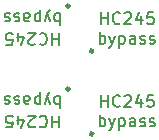
<source format=gbr>
G04 #@! TF.GenerationSoftware,KiCad,Pcbnew,5.1.5*
G04 #@! TF.CreationDate,2020-05-28T11:24:39+03:00*
G04 #@! TF.ProjectId,hc245t-bypass-panel,68633234-3574-42d6-9279-706173732d70,rev?*
G04 #@! TF.SameCoordinates,Original*
G04 #@! TF.FileFunction,Legend,Top*
G04 #@! TF.FilePolarity,Positive*
%FSLAX46Y46*%
G04 Gerber Fmt 4.6, Leading zero omitted, Abs format (unit mm)*
G04 Created by KiCad (PCBNEW 5.1.5) date 2020-05-28 11:24:39*
%MOMM*%
%LPD*%
G04 APERTURE LIST*
%ADD10C,0.300000*%
%ADD11C,0.150000*%
G04 APERTURE END LIST*
D10*
X24600000Y-21100000D02*
G75*
G03X24600000Y-21100000I-100000J0D01*
G01*
D11*
X23714285Y-23372619D02*
X23714285Y-24372619D01*
X23714285Y-23896428D02*
X23142857Y-23896428D01*
X23142857Y-23372619D02*
X23142857Y-24372619D01*
X22095238Y-23467857D02*
X22142857Y-23420238D01*
X22285714Y-23372619D01*
X22380952Y-23372619D01*
X22523809Y-23420238D01*
X22619047Y-23515476D01*
X22666666Y-23610714D01*
X22714285Y-23801190D01*
X22714285Y-23944047D01*
X22666666Y-24134523D01*
X22619047Y-24229761D01*
X22523809Y-24325000D01*
X22380952Y-24372619D01*
X22285714Y-24372619D01*
X22142857Y-24325000D01*
X22095238Y-24277380D01*
X21714285Y-24277380D02*
X21666666Y-24325000D01*
X21571428Y-24372619D01*
X21333333Y-24372619D01*
X21238095Y-24325000D01*
X21190476Y-24277380D01*
X21142857Y-24182142D01*
X21142857Y-24086904D01*
X21190476Y-23944047D01*
X21761904Y-23372619D01*
X21142857Y-23372619D01*
X20285714Y-24039285D02*
X20285714Y-23372619D01*
X20523809Y-24420238D02*
X20761904Y-23705952D01*
X20142857Y-23705952D01*
X19285714Y-24372619D02*
X19761904Y-24372619D01*
X19809523Y-23896428D01*
X19761904Y-23944047D01*
X19666666Y-23991666D01*
X19428571Y-23991666D01*
X19333333Y-23944047D01*
X19285714Y-23896428D01*
X19238095Y-23801190D01*
X19238095Y-23563095D01*
X19285714Y-23467857D01*
X19333333Y-23420238D01*
X19428571Y-23372619D01*
X19666666Y-23372619D01*
X19761904Y-23420238D01*
X19809523Y-23467857D01*
X23809523Y-21722619D02*
X23809523Y-22722619D01*
X23809523Y-22341666D02*
X23714285Y-22389285D01*
X23523809Y-22389285D01*
X23428571Y-22341666D01*
X23380952Y-22294047D01*
X23333333Y-22198809D01*
X23333333Y-21913095D01*
X23380952Y-21817857D01*
X23428571Y-21770238D01*
X23523809Y-21722619D01*
X23714285Y-21722619D01*
X23809523Y-21770238D01*
X23000000Y-22389285D02*
X22761904Y-21722619D01*
X22523809Y-22389285D02*
X22761904Y-21722619D01*
X22857142Y-21484523D01*
X22904761Y-21436904D01*
X23000000Y-21389285D01*
X22142857Y-22389285D02*
X22142857Y-21389285D01*
X22142857Y-22341666D02*
X22047619Y-22389285D01*
X21857142Y-22389285D01*
X21761904Y-22341666D01*
X21714285Y-22294047D01*
X21666666Y-22198809D01*
X21666666Y-21913095D01*
X21714285Y-21817857D01*
X21761904Y-21770238D01*
X21857142Y-21722619D01*
X22047619Y-21722619D01*
X22142857Y-21770238D01*
X20809523Y-21722619D02*
X20809523Y-22246428D01*
X20857142Y-22341666D01*
X20952380Y-22389285D01*
X21142857Y-22389285D01*
X21238095Y-22341666D01*
X20809523Y-21770238D02*
X20904761Y-21722619D01*
X21142857Y-21722619D01*
X21238095Y-21770238D01*
X21285714Y-21865476D01*
X21285714Y-21960714D01*
X21238095Y-22055952D01*
X21142857Y-22103571D01*
X20904761Y-22103571D01*
X20809523Y-22151190D01*
X20380952Y-21770238D02*
X20285714Y-21722619D01*
X20095238Y-21722619D01*
X20000000Y-21770238D01*
X19952380Y-21865476D01*
X19952380Y-21913095D01*
X20000000Y-22008333D01*
X20095238Y-22055952D01*
X20238095Y-22055952D01*
X20333333Y-22103571D01*
X20380952Y-22198809D01*
X20380952Y-22246428D01*
X20333333Y-22341666D01*
X20238095Y-22389285D01*
X20095238Y-22389285D01*
X20000000Y-22341666D01*
X19571428Y-21770238D02*
X19476190Y-21722619D01*
X19285714Y-21722619D01*
X19190476Y-21770238D01*
X19142857Y-21865476D01*
X19142857Y-21913095D01*
X19190476Y-22008333D01*
X19285714Y-22055952D01*
X19428571Y-22055952D01*
X19523809Y-22103571D01*
X19571428Y-22198809D01*
X19571428Y-22246428D01*
X19523809Y-22341666D01*
X19428571Y-22389285D01*
X19285714Y-22389285D01*
X19190476Y-22341666D01*
X23714285Y-30372619D02*
X23714285Y-31372619D01*
X23714285Y-30896428D02*
X23142857Y-30896428D01*
X23142857Y-30372619D02*
X23142857Y-31372619D01*
X22095238Y-30467857D02*
X22142857Y-30420238D01*
X22285714Y-30372619D01*
X22380952Y-30372619D01*
X22523809Y-30420238D01*
X22619047Y-30515476D01*
X22666666Y-30610714D01*
X22714285Y-30801190D01*
X22714285Y-30944047D01*
X22666666Y-31134523D01*
X22619047Y-31229761D01*
X22523809Y-31325000D01*
X22380952Y-31372619D01*
X22285714Y-31372619D01*
X22142857Y-31325000D01*
X22095238Y-31277380D01*
X21714285Y-31277380D02*
X21666666Y-31325000D01*
X21571428Y-31372619D01*
X21333333Y-31372619D01*
X21238095Y-31325000D01*
X21190476Y-31277380D01*
X21142857Y-31182142D01*
X21142857Y-31086904D01*
X21190476Y-30944047D01*
X21761904Y-30372619D01*
X21142857Y-30372619D01*
X20285714Y-31039285D02*
X20285714Y-30372619D01*
X20523809Y-31420238D02*
X20761904Y-30705952D01*
X20142857Y-30705952D01*
X19285714Y-31372619D02*
X19761904Y-31372619D01*
X19809523Y-30896428D01*
X19761904Y-30944047D01*
X19666666Y-30991666D01*
X19428571Y-30991666D01*
X19333333Y-30944047D01*
X19285714Y-30896428D01*
X19238095Y-30801190D01*
X19238095Y-30563095D01*
X19285714Y-30467857D01*
X19333333Y-30420238D01*
X19428571Y-30372619D01*
X19666666Y-30372619D01*
X19761904Y-30420238D01*
X19809523Y-30467857D01*
X23809523Y-28722619D02*
X23809523Y-29722619D01*
X23809523Y-29341666D02*
X23714285Y-29389285D01*
X23523809Y-29389285D01*
X23428571Y-29341666D01*
X23380952Y-29294047D01*
X23333333Y-29198809D01*
X23333333Y-28913095D01*
X23380952Y-28817857D01*
X23428571Y-28770238D01*
X23523809Y-28722619D01*
X23714285Y-28722619D01*
X23809523Y-28770238D01*
X23000000Y-29389285D02*
X22761904Y-28722619D01*
X22523809Y-29389285D02*
X22761904Y-28722619D01*
X22857142Y-28484523D01*
X22904761Y-28436904D01*
X23000000Y-28389285D01*
X22142857Y-29389285D02*
X22142857Y-28389285D01*
X22142857Y-29341666D02*
X22047619Y-29389285D01*
X21857142Y-29389285D01*
X21761904Y-29341666D01*
X21714285Y-29294047D01*
X21666666Y-29198809D01*
X21666666Y-28913095D01*
X21714285Y-28817857D01*
X21761904Y-28770238D01*
X21857142Y-28722619D01*
X22047619Y-28722619D01*
X22142857Y-28770238D01*
X20809523Y-28722619D02*
X20809523Y-29246428D01*
X20857142Y-29341666D01*
X20952380Y-29389285D01*
X21142857Y-29389285D01*
X21238095Y-29341666D01*
X20809523Y-28770238D02*
X20904761Y-28722619D01*
X21142857Y-28722619D01*
X21238095Y-28770238D01*
X21285714Y-28865476D01*
X21285714Y-28960714D01*
X21238095Y-29055952D01*
X21142857Y-29103571D01*
X20904761Y-29103571D01*
X20809523Y-29151190D01*
X20380952Y-28770238D02*
X20285714Y-28722619D01*
X20095238Y-28722619D01*
X20000000Y-28770238D01*
X19952380Y-28865476D01*
X19952380Y-28913095D01*
X20000000Y-29008333D01*
X20095238Y-29055952D01*
X20238095Y-29055952D01*
X20333333Y-29103571D01*
X20380952Y-29198809D01*
X20380952Y-29246428D01*
X20333333Y-29341666D01*
X20238095Y-29389285D01*
X20095238Y-29389285D01*
X20000000Y-29341666D01*
X19571428Y-28770238D02*
X19476190Y-28722619D01*
X19285714Y-28722619D01*
X19190476Y-28770238D01*
X19142857Y-28865476D01*
X19142857Y-28913095D01*
X19190476Y-29008333D01*
X19285714Y-29055952D01*
X19428571Y-29055952D01*
X19523809Y-29103571D01*
X19571428Y-29198809D01*
X19571428Y-29246428D01*
X19523809Y-29341666D01*
X19428571Y-29389285D01*
X19285714Y-29389285D01*
X19190476Y-29341666D01*
D10*
X24600000Y-28100000D02*
G75*
G03X24600000Y-28100000I-100000J0D01*
G01*
D11*
X27285714Y-29627380D02*
X27285714Y-28627380D01*
X27285714Y-29103571D02*
X27857142Y-29103571D01*
X27857142Y-29627380D02*
X27857142Y-28627380D01*
X28904761Y-29532142D02*
X28857142Y-29579761D01*
X28714285Y-29627380D01*
X28619047Y-29627380D01*
X28476190Y-29579761D01*
X28380952Y-29484523D01*
X28333333Y-29389285D01*
X28285714Y-29198809D01*
X28285714Y-29055952D01*
X28333333Y-28865476D01*
X28380952Y-28770238D01*
X28476190Y-28675000D01*
X28619047Y-28627380D01*
X28714285Y-28627380D01*
X28857142Y-28675000D01*
X28904761Y-28722619D01*
X29285714Y-28722619D02*
X29333333Y-28675000D01*
X29428571Y-28627380D01*
X29666666Y-28627380D01*
X29761904Y-28675000D01*
X29809523Y-28722619D01*
X29857142Y-28817857D01*
X29857142Y-28913095D01*
X29809523Y-29055952D01*
X29238095Y-29627380D01*
X29857142Y-29627380D01*
X30714285Y-28960714D02*
X30714285Y-29627380D01*
X30476190Y-28579761D02*
X30238095Y-29294047D01*
X30857142Y-29294047D01*
X31714285Y-28627380D02*
X31238095Y-28627380D01*
X31190476Y-29103571D01*
X31238095Y-29055952D01*
X31333333Y-29008333D01*
X31571428Y-29008333D01*
X31666666Y-29055952D01*
X31714285Y-29103571D01*
X31761904Y-29198809D01*
X31761904Y-29436904D01*
X31714285Y-29532142D01*
X31666666Y-29579761D01*
X31571428Y-29627380D01*
X31333333Y-29627380D01*
X31238095Y-29579761D01*
X31190476Y-29532142D01*
X27190476Y-31277380D02*
X27190476Y-30277380D01*
X27190476Y-30658333D02*
X27285714Y-30610714D01*
X27476190Y-30610714D01*
X27571428Y-30658333D01*
X27619047Y-30705952D01*
X27666666Y-30801190D01*
X27666666Y-31086904D01*
X27619047Y-31182142D01*
X27571428Y-31229761D01*
X27476190Y-31277380D01*
X27285714Y-31277380D01*
X27190476Y-31229761D01*
X28000000Y-30610714D02*
X28238095Y-31277380D01*
X28476190Y-30610714D02*
X28238095Y-31277380D01*
X28142857Y-31515476D01*
X28095238Y-31563095D01*
X28000000Y-31610714D01*
X28857142Y-30610714D02*
X28857142Y-31610714D01*
X28857142Y-30658333D02*
X28952380Y-30610714D01*
X29142857Y-30610714D01*
X29238095Y-30658333D01*
X29285714Y-30705952D01*
X29333333Y-30801190D01*
X29333333Y-31086904D01*
X29285714Y-31182142D01*
X29238095Y-31229761D01*
X29142857Y-31277380D01*
X28952380Y-31277380D01*
X28857142Y-31229761D01*
X30190476Y-31277380D02*
X30190476Y-30753571D01*
X30142857Y-30658333D01*
X30047619Y-30610714D01*
X29857142Y-30610714D01*
X29761904Y-30658333D01*
X30190476Y-31229761D02*
X30095238Y-31277380D01*
X29857142Y-31277380D01*
X29761904Y-31229761D01*
X29714285Y-31134523D01*
X29714285Y-31039285D01*
X29761904Y-30944047D01*
X29857142Y-30896428D01*
X30095238Y-30896428D01*
X30190476Y-30848809D01*
X30619047Y-31229761D02*
X30714285Y-31277380D01*
X30904761Y-31277380D01*
X31000000Y-31229761D01*
X31047619Y-31134523D01*
X31047619Y-31086904D01*
X31000000Y-30991666D01*
X30904761Y-30944047D01*
X30761904Y-30944047D01*
X30666666Y-30896428D01*
X30619047Y-30801190D01*
X30619047Y-30753571D01*
X30666666Y-30658333D01*
X30761904Y-30610714D01*
X30904761Y-30610714D01*
X31000000Y-30658333D01*
X31428571Y-31229761D02*
X31523809Y-31277380D01*
X31714285Y-31277380D01*
X31809523Y-31229761D01*
X31857142Y-31134523D01*
X31857142Y-31086904D01*
X31809523Y-30991666D01*
X31714285Y-30944047D01*
X31571428Y-30944047D01*
X31476190Y-30896428D01*
X31428571Y-30801190D01*
X31428571Y-30753571D01*
X31476190Y-30658333D01*
X31571428Y-30610714D01*
X31714285Y-30610714D01*
X31809523Y-30658333D01*
D10*
X26600000Y-31900000D02*
G75*
G03X26600000Y-31900000I-100000J0D01*
G01*
X26600000Y-24900000D02*
G75*
G03X26600000Y-24900000I-100000J0D01*
G01*
D11*
X27285714Y-22627380D02*
X27285714Y-21627380D01*
X27285714Y-22103571D02*
X27857142Y-22103571D01*
X27857142Y-22627380D02*
X27857142Y-21627380D01*
X28904761Y-22532142D02*
X28857142Y-22579761D01*
X28714285Y-22627380D01*
X28619047Y-22627380D01*
X28476190Y-22579761D01*
X28380952Y-22484523D01*
X28333333Y-22389285D01*
X28285714Y-22198809D01*
X28285714Y-22055952D01*
X28333333Y-21865476D01*
X28380952Y-21770238D01*
X28476190Y-21675000D01*
X28619047Y-21627380D01*
X28714285Y-21627380D01*
X28857142Y-21675000D01*
X28904761Y-21722619D01*
X29285714Y-21722619D02*
X29333333Y-21675000D01*
X29428571Y-21627380D01*
X29666666Y-21627380D01*
X29761904Y-21675000D01*
X29809523Y-21722619D01*
X29857142Y-21817857D01*
X29857142Y-21913095D01*
X29809523Y-22055952D01*
X29238095Y-22627380D01*
X29857142Y-22627380D01*
X30714285Y-21960714D02*
X30714285Y-22627380D01*
X30476190Y-21579761D02*
X30238095Y-22294047D01*
X30857142Y-22294047D01*
X31714285Y-21627380D02*
X31238095Y-21627380D01*
X31190476Y-22103571D01*
X31238095Y-22055952D01*
X31333333Y-22008333D01*
X31571428Y-22008333D01*
X31666666Y-22055952D01*
X31714285Y-22103571D01*
X31761904Y-22198809D01*
X31761904Y-22436904D01*
X31714285Y-22532142D01*
X31666666Y-22579761D01*
X31571428Y-22627380D01*
X31333333Y-22627380D01*
X31238095Y-22579761D01*
X31190476Y-22532142D01*
X27190476Y-24277380D02*
X27190476Y-23277380D01*
X27190476Y-23658333D02*
X27285714Y-23610714D01*
X27476190Y-23610714D01*
X27571428Y-23658333D01*
X27619047Y-23705952D01*
X27666666Y-23801190D01*
X27666666Y-24086904D01*
X27619047Y-24182142D01*
X27571428Y-24229761D01*
X27476190Y-24277380D01*
X27285714Y-24277380D01*
X27190476Y-24229761D01*
X28000000Y-23610714D02*
X28238095Y-24277380D01*
X28476190Y-23610714D02*
X28238095Y-24277380D01*
X28142857Y-24515476D01*
X28095238Y-24563095D01*
X28000000Y-24610714D01*
X28857142Y-23610714D02*
X28857142Y-24610714D01*
X28857142Y-23658333D02*
X28952380Y-23610714D01*
X29142857Y-23610714D01*
X29238095Y-23658333D01*
X29285714Y-23705952D01*
X29333333Y-23801190D01*
X29333333Y-24086904D01*
X29285714Y-24182142D01*
X29238095Y-24229761D01*
X29142857Y-24277380D01*
X28952380Y-24277380D01*
X28857142Y-24229761D01*
X30190476Y-24277380D02*
X30190476Y-23753571D01*
X30142857Y-23658333D01*
X30047619Y-23610714D01*
X29857142Y-23610714D01*
X29761904Y-23658333D01*
X30190476Y-24229761D02*
X30095238Y-24277380D01*
X29857142Y-24277380D01*
X29761904Y-24229761D01*
X29714285Y-24134523D01*
X29714285Y-24039285D01*
X29761904Y-23944047D01*
X29857142Y-23896428D01*
X30095238Y-23896428D01*
X30190476Y-23848809D01*
X30619047Y-24229761D02*
X30714285Y-24277380D01*
X30904761Y-24277380D01*
X31000000Y-24229761D01*
X31047619Y-24134523D01*
X31047619Y-24086904D01*
X31000000Y-23991666D01*
X30904761Y-23944047D01*
X30761904Y-23944047D01*
X30666666Y-23896428D01*
X30619047Y-23801190D01*
X30619047Y-23753571D01*
X30666666Y-23658333D01*
X30761904Y-23610714D01*
X30904761Y-23610714D01*
X31000000Y-23658333D01*
X31428571Y-24229761D02*
X31523809Y-24277380D01*
X31714285Y-24277380D01*
X31809523Y-24229761D01*
X31857142Y-24134523D01*
X31857142Y-24086904D01*
X31809523Y-23991666D01*
X31714285Y-23944047D01*
X31571428Y-23944047D01*
X31476190Y-23896428D01*
X31428571Y-23801190D01*
X31428571Y-23753571D01*
X31476190Y-23658333D01*
X31571428Y-23610714D01*
X31714285Y-23610714D01*
X31809523Y-23658333D01*
M02*

</source>
